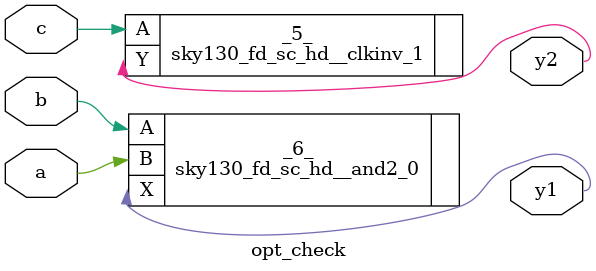
<source format=v>
/* Generated by Yosys 0.9 (git sha1 1979e0b) */

module opt_check(a, b, c, y1, y2);
  input a;
  input b;
  input c;
  output y1;
  output y2;
  sky130_fd_sc_hd__clkinv_1 _5_ (
    .A(c),
    .Y(y2)
  );
  sky130_fd_sc_hd__and2_0 _6_ (
    .A(b),
    .B(a),
    .X(y1)
  );
endmodule

</source>
